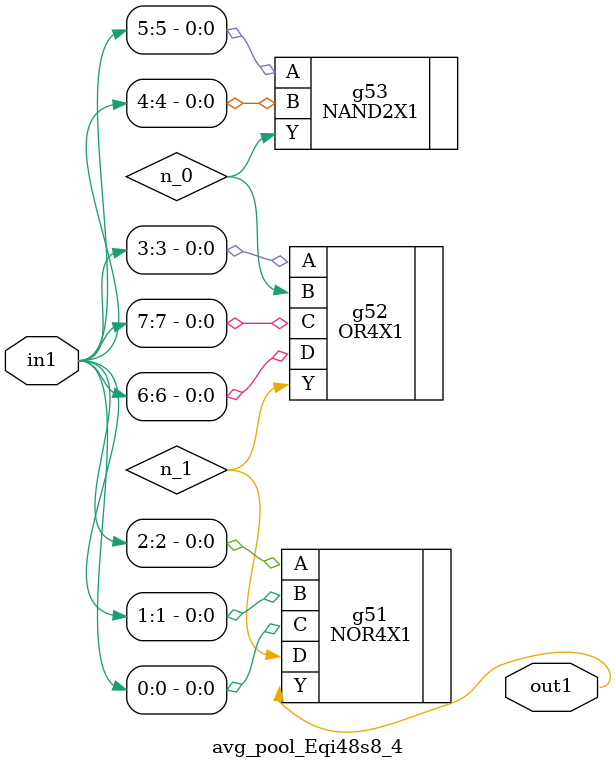
<source format=v>
`timescale 1ps / 1ps


module avg_pool_Eqi48s8_4(in1, out1);
  input [7:0] in1;
  output out1;
  wire [7:0] in1;
  wire out1;
  wire n_0, n_1;
  NOR4X1 g51(.A (in1[2]), .B (in1[1]), .C (in1[0]), .D (n_1), .Y
       (out1));
  OR4X1 g52(.A (in1[3]), .B (n_0), .C (in1[7]), .D (in1[6]), .Y (n_1));
  NAND2X1 g53(.A (in1[5]), .B (in1[4]), .Y (n_0));
endmodule



</source>
